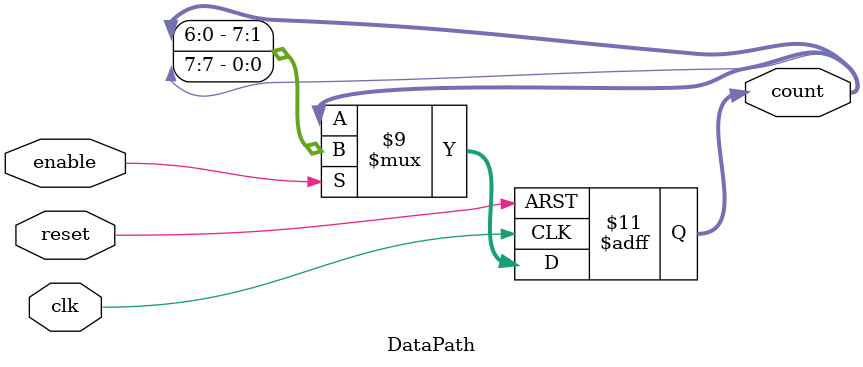
<source format=v>
module DataPath #(parameter WORD_SIZE = 8, parameter NUM_CYCLES = 18) (
    input wire clk,
    input wire reset,
    input wire enable,
    output reg [WORD_SIZE-1:0] count
);

    reg [4:0] cycle_count;  // 5-bit counter to count up to 18

    always @(posedge clk or posedge reset) begin
        if (reset) begin
            cycle_count <= 0;
            count <= 8'b0000_0001;  // Initial count value
        end else if (enable) begin
            if (cycle_count == NUM_CYCLES - 1) begin
                cycle_count <= 0;
            end else begin
                cycle_count <= cycle_count + 1;
            end

            // Update the count based on the cycle count
            count <= {count[WORD_SIZE-2:0], count[WORD_SIZE-1]};
        end
    end
endmodule

</source>
